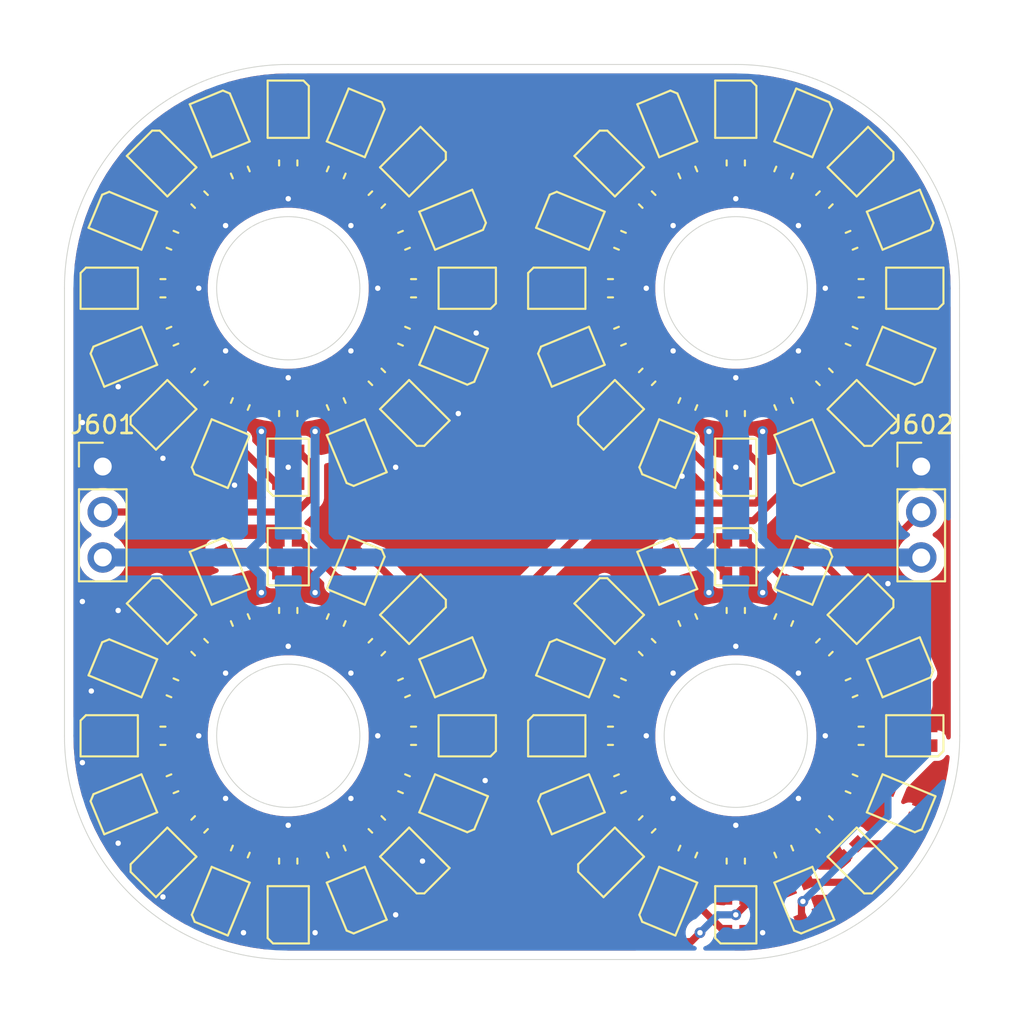
<source format=kicad_pcb>
(kicad_pcb (version 20241229) (generator "pcbnew") (generator_version "9.0")
  (layers (0 "F.Cu" signal) (2 "B.Cu" signal) (13 "F.Paste" user) (15 "B.Paste" user) (5 "F.SilkS" user "F.Silkscreen") (7 "B.SilkS" user "B.Silkscreen") (1 "F.Mask" user) (3 "B.Mask" user) (25 "Edge.Cuts" user))
  (net 0 "")
  (net 1 "+5V")
  (net 2 "GND")
  (net 3 "/ledRing4/DIN")
  (net 4 "Net-(D201-DOUT)")
  (net 5 "Net-(D202-DOUT)")
  (net 6 "Net-(D203-DOUT)")
  (net 7 "Net-(D204-DOUT)")
  (net 8 "Net-(D205-DOUT)")
  (net 9 "Net-(D206-DOUT)")
  (net 10 "Net-(D207-DOUT)")
  (net 11 "Net-(D208-DOUT)")
  (net 12 "Net-(D209-DOUT)")
  (net 13 "Net-(D210-DOUT)")
  (net 14 "Net-(D211-DOUT)")
  (net 15 "Net-(D212-DOUT)")
  (net 16 "Net-(D213-DOUT)")
  (net 17 "Net-(D214-DOUT)")
  (net 18 "Net-(D215-DOUT)")
  (net 19 "/ledRing4/ledRing/DOUT")
  (net 20 "Net-(D301-DOUT)")
  (net 21 "Net-(D302-DOUT)")
  (net 22 "Net-(D303-DOUT)")
  (net 23 "Net-(D304-DOUT)")
  (net 24 "Net-(D305-DOUT)")
  (net 25 "Net-(D306-DOUT)")
  (net 26 "Net-(D307-DOUT)")
  (net 27 "Net-(D308-DOUT)")
  (net 28 "Net-(D309-DOUT)")
  (net 29 "Net-(D310-DOUT)")
  (net 30 "Net-(D311-DOUT)")
  (net 31 "Net-(D312-DOUT)")
  (net 32 "Net-(D313-DOUT)")
  (net 33 "Net-(D314-DOUT)")
  (net 34 "Net-(D315-DOUT)")
  (net 35 "/ledRing4/ledRing2/DOUT")
  (net 36 "Net-(D401-DOUT)")
  (net 37 "Net-(D402-DOUT)")
  (net 38 "Net-(D403-DOUT)")
  (net 39 "Net-(D404-DOUT)")
  (net 40 "Net-(D405-DOUT)")
  (net 41 "Net-(D406-DOUT)")
  (net 42 "Net-(D407-DOUT)")
  (net 43 "Net-(D408-DOUT)")
  (net 44 "Net-(D409-DOUT)")
  (net 45 "Net-(D410-DOUT)")
  (net 46 "Net-(D411-DOUT)")
  (net 47 "Net-(D412-DOUT)")
  (net 48 "Net-(D413-DOUT)")
  (net 49 "Net-(D414-DOUT)")
  (net 50 "Net-(D415-DOUT)")
  (net 51 "/ledRing4/ledRing3/DOUT")
  (net 52 "Net-(D501-DOUT)")
  (net 53 "Net-(D502-DOUT)")
  (net 54 "Net-(D503-DOUT)")
  (net 55 "Net-(D504-DOUT)")
  (net 56 "Net-(D505-DOUT)")
  (net 57 "Net-(D506-DOUT)")
  (net 58 "Net-(D507-DOUT)")
  (net 59 "Net-(D508-DOUT)")
  (net 60 "Net-(D509-DOUT)")
  (net 61 "Net-(D510-DOUT)")
  (net 62 "Net-(D511-DOUT)")
  (net 63 "Net-(D512-DOUT)")
  (net 64 "Net-(D513-DOUT)")
  (net 65 "Net-(D514-DOUT)")
  (net 66 "Net-(D515-DOUT)")
  (net 67 "/ledRing4/DOUT")
  (footprint "Capacitor_SMD:C_0603_1608Metric" (layer "F.Cu") (at 114.5 146.5 90)
    (property "Reference" "C401" (hide yes))
    (property "Value" "100n")
  )
  (footprint "LED_SMD:LED_WS2812B-2020_PLCC4_2.0x2.0mm" (layer "F.Cu") (at 132.428932 146.571067 45)
    (property "Reference" "D503" (hide yes))
    (property "Value" "WS2812B-2020")
  )
  (footprint "LED_SMD:LED_WS2812B-2020_PLCC4_2.0x2.0mm" (layer "F.Cu") (at 118.326835 148.738795 112.5)
    (property "Reference" "D416" (hide yes))
    (property "Value" "WS2812B-2020")
  )
  (footprint "Capacitor_SMD:C_0603_1608Metric" (layer "F.Cu") (at 117.178785 120.967157 112.5)
    (property "Reference" "C216" (hide yes))
    (property "Value" "100n")
  )
  (footprint "Capacitor_SMD:C_0603_1608Metric" (layer "F.Cu") (at 111.821216 108.032844 -67.5)
    (property "Reference" "C208" (hide yes))
    (property "Value" "100n")
  )
  (footprint "Capacitor_SMD:C_0603_1608Metric" (layer "F.Cu") (at 121.5 114.5 180)
    (property "Reference" "C213" (hide yes))
    (property "Value" "100n")
  )
  (footprint "Capacitor_SMD:C_0603_1608Metric" (layer "F.Cu") (at 136.821215 120.967157 67.5)
    (property "Reference" "C302" (hide yes))
    (property "Value" "100n")
  )
  (footprint "Capacitor_SMD:C_0603_1608Metric" (layer "F.Cu") (at 139.499999 107.5 -90)
    (property "Reference" "C309" (hide yes))
    (property "Value" "100n")
  )
  (footprint "Capacitor_SMD:C_0603_1608Metric" (layer "F.Cu") (at 146.5 114.5 180)
    (property "Reference" "C313" (hide yes))
    (property "Value" "100n")
  )
  (footprint "Capacitor_SMD:C_0603_1608Metric" (layer "F.Cu") (at 107.5 114.5)
    (property "Reference" "C205" (hide yes))
    (property "Value" "100n")
  )
  (footprint "Capacitor_SMD:C_0603_1608Metric" (layer "F.Cu") (at 134.550252 119.449748 45)
    (property "Reference" "C303" (hide yes))
    (property "Value" "100n")
  )
  (footprint "LED_SMD:LED_WS2812B-2020_PLCC4_2.0x2.0mm" (layer "F.Cu") (at 139.5 124.5 90)
    (property "Reference" "D301" (hide yes))
    (property "Value" "WS2812B-2020")
  )
  (footprint "Capacitor_SMD:C_0603_1608Metric" (layer "F.Cu") (at 144.449747 144.449747 135)
    (property "Reference" "C515" (hide yes))
    (property "Value" "100n")
  )
  (footprint "Capacitor_SMD:C_0603_1608Metric" (layer "F.Cu") (at 114.5 107.5 -90)
    (property "Reference" "C209" (hide yes))
    (property "Value" "100n")
  )
  (footprint "LED_SMD:LED_WS2812B-2020_PLCC4_2.0x2.0mm" (layer "F.Cu") (at 129.5 139.5)
    (property "Reference" "D505" (hide yes))
    (property "Value" "WS2812B-2020")
  )
  (footprint "Capacitor_SMD:C_0603_1608Metric" (layer "F.Cu") (at 142.178784 120.967157 112.5)
    (property "Reference" "C316" (hide yes))
    (property "Value" "100n")
  )
  (footprint "Capacitor_SMD:C_0603_1608Metric" (layer "F.Cu") (at 145.967156 136.821215 -157.5)
    (property "Reference" "C512" (hide yes))
    (property "Value" "100n")
  )
  (footprint "LED_SMD:LED_WS2812B-2020_PLCC4_2.0x2.0mm" (layer "F.Cu") (at 132.428932 132.428932 -45)
    (property "Reference" "D507" (hide yes))
    (property "Value" "WS2812B-2020")
  )
  (footprint "Capacitor_SMD:C_0603_1608Metric" (layer "F.Cu") (at 117.178785 133.032843 -112.5)
    (property "Reference" "C410" (hide yes))
    (property "Value" "100n")
  )
  (footprint "LED_SMD:LED_WS2812B-2020_PLCC4_2.0x2.0mm" (layer "F.Cu") (at 135.673165 148.738795 67.5)
    (property "Reference" "D502" (hide yes))
    (property "Value" "WS2812B-2020")
  )
  (footprint "Capacitor_SMD:C_0603_1608Metric" (layer "F.Cu") (at 120.967157 111.821216 -157.5)
    (property "Reference" "C212" (hide yes))
    (property "Value" "100n")
  )
  (footprint "LED_SMD:LED_WS2812B-2020_PLCC4_2.0x2.0mm" (layer "F.Cu") (at 143.326834 130.261204 -112.5)
    (property "Reference" "D510" (hide yes))
    (property "Value" "WS2812B-2020")
  )
  (footprint "LED_SMD:LED_WS2812B-2020_PLCC4_2.0x2.0mm" (layer "F.Cu") (at 110.673166 105.261205 -67.5)
    (property "Reference" "D208" (hide yes))
    (property "Value" "WS2812B-2020")
  )
  (footprint "Capacitor_SMD:C_0603_1608Metric" (layer "F.Cu") (at 111.821216 120.967157 67.5)
    (property "Reference" "C202" (hide yes))
    (property "Value" "100n")
  )
  (footprint "LED_SMD:LED_WS2812B-2020_PLCC4_2.0x2.0mm" (layer "F.Cu") (at 132.428932 107.428933 -45)
    (property "Reference" "D307" (hide yes))
    (property "Value" "WS2812B-2020")
  )
  (footprint "LED_SMD:LED_WS2812B-2020_PLCC4_2.0x2.0mm" (layer "F.Cu") (at 143.326834 123.738796 112.5)
    (property "Reference" "D316" (hide yes))
    (property "Value" "WS2812B-2020")
  )
  (footprint "Capacitor_SMD:C_0603_1608Metric" (layer "F.Cu") (at 108.032844 117.178785 22.5)
    (property "Reference" "C204" (hide yes))
    (property "Value" "100n")
  )
  (footprint "Capacitor_SMD:C_0603_1608Metric" (layer "F.Cu") (at 136.821215 108.032844 -67.5)
    (property "Reference" "C308" (hide yes))
    (property "Value" "100n")
  )
  (footprint "Capacitor_SMD:C_0603_1608Metric" (layer "F.Cu") (at 108.032844 136.821215 -22.5)
    (property "Reference" "C406" (hide yes))
    (property "Value" "100n")
  )
  (footprint "Capacitor_SMD:C_0603_1608Metric" (layer "F.Cu") (at 109.550253 119.449748 45)
    (property "Reference" "C203" (hide yes))
    (property "Value" "100n")
  )
  (footprint "Capacitor_SMD:C_0603_1608Metric" (layer "F.Cu") (at 142.178784 108.032844 -112.5)
    (property "Reference" "C310" (hide yes))
    (property "Value" "100n")
  )
  (footprint "Capacitor_SMD:C_0603_1608Metric" (layer "F.Cu") (at 109.550253 134.550252 -45)
    (property "Reference" "C407" (hide yes))
    (property "Value" "100n")
  )
  (footprint "Capacitor_SMD:C_0603_1608Metric" (layer "F.Cu") (at 133.032843 142.178784 22.5)
    (property "Reference" "C504" (hide yes))
    (property "Value" "100n")
  )
  (footprint "Capacitor_SMD:C_0603_1608Metric" (layer "F.Cu") (at 120.967157 136.821215 -157.5)
    (property "Reference" "C412" (hide yes))
    (property "Value" "100n")
  )
  (footprint "LED_SMD:LED_WS2812B-2020_PLCC4_2.0x2.0mm" (layer "F.Cu") (at 148.738795 135.673165 -157.5)
    (property "Reference" "D512" (hide yes))
    (property "Value" "WS2812B-2020")
  )
  (footprint "Capacitor_SMD:C_0603_1608Metric" (layer "F.Cu") (at 134.550252 144.449747 45)
    (property "Reference" "C503" (hide yes))
    (property "Value" "100n")
  )
  (footprint "LED_SMD:LED_WS2812B-2020_PLCC4_2.0x2.0mm" (layer "F.Cu") (at 114.5 149.5 90)
    (property "Reference" "D401" (hide yes))
    (property "Value" "WS2812B-2020")
  )
  (footprint "LED_SMD:LED_WS2812B-2020_PLCC4_2.0x2.0mm" (layer "F.Cu") (at 105.261205 135.673165 -22.5)
    (property "Reference" "D406" (hide yes))
    (property "Value" "WS2812B-2020")
  )
  (footprint "Capacitor_SMD:C_0603_1608Metric" (layer "F.Cu") (at 144.449747 119.449748 135)
    (property "Reference" "C315" (hide yes))
    (property "Value" "100n")
  )
  (footprint "LED_SMD:LED_WS2812B-2020_PLCC4_2.0x2.0mm" (layer "F.Cu") (at 104.5 139.5)
    (property "Reference" "D405" (hide yes))
    (property "Value" "WS2812B-2020")
  )
  (footprint "LED_SMD:LED_WS2812B-2020_PLCC4_2.0x2.0mm" (layer "F.Cu") (at 146.571067 146.571067 135)
    (property "Reference" "D515" (hide yes))
    (property "Value" "WS2812B-2020")
  )
  (footprint "Capacitor_SMD:C_0603_1608Metric" (layer "F.Cu") (at 132.5 114.5)
    (property "Reference" "C305" (hide yes))
    (property "Value" "100n")
  )
  (footprint "LED_SMD:LED_WS2812B-2020_PLCC4_2.0x2.0mm" (layer "F.Cu") (at 121.571068 121.571068 135)
    (property "Reference" "D215" (hide yes))
    (property "Value" "WS2812B-2020")
  )
  (footprint "LED_SMD:LED_WS2812B-2020_PLCC4_2.0x2.0mm" (layer "F.Cu") (at 129.5 114.500001)
    (property "Reference" "D305" (hide yes))
    (property "Value" "WS2812B-2020")
  )
  (footprint "Capacitor_SMD:C_0603_1608Metric" (layer "F.Cu") (at 108.032844 142.178784 22.5)
    (property "Reference" "C404" (hide yes))
    (property "Value" "100n")
  )
  (footprint "Capacitor_SMD:C_0603_1608Metric" (layer "F.Cu") (at 107.5 139.5)
    (property "Reference" "C405" (hide yes))
    (property "Value" "100n")
  )
  (footprint "Capacitor_SMD:C_0603_1608Metric" (layer "F.Cu") (at 111.821216 145.967156 67.5)
    (property "Reference" "C402" (hide yes))
    (property "Value" "100n")
  )
  (footprint "LED_SMD:LED_WS2812B-2020_PLCC4_2.0x2.0mm" (layer "F.Cu") (at 139.499999 104.5 -90)
    (property "Reference" "D309" (hide yes))
    (property "Value" "WS2812B-2020")
  )
  (footprint "LED_SMD:LED_WS2812B-2020_PLCC4_2.0x2.0mm" (layer "F.Cu") (at 104.5 114.500001)
    (property "Reference" "D205" (hide yes))
    (property "Value" "WS2812B-2020")
  )
  (footprint "LED_SMD:LED_WS2812B-2020_PLCC4_2.0x2.0mm" (layer "F.Cu") (at 118.326835 105.261205 -112.5)
    (property "Reference" "D210" (hide yes))
    (property "Value" "WS2812B-2020")
  )
  (footprint "LED_SMD:LED_WS2812B-2020_PLCC4_2.0x2.0mm" (layer "F.Cu") (at 105.261205 110.673166 -22.5)
    (property "Reference" "D206" (hide yes))
    (property "Value" "WS2812B-2020")
  )
  (footprint "Capacitor_SMD:C_0603_1608Metric" (layer "F.Cu") (at 120.967157 142.178784 157.5)
    (property "Reference" "C414" (hide yes))
    (property "Value" "100n")
  )
  (footprint "Capacitor_SMD:C_0603_1608Metric" (layer "F.Cu") (at 111.821216 133.032843 -67.5)
    (property "Reference" "C408" (hide yes))
    (property "Value" "100n")
  )
  (footprint "LED_SMD:LED_WS2812B-2020_PLCC4_2.0x2.0mm" (layer "F.Cu") (at 107.428933 121.571068 45)
    (property "Reference" "D203" (hide yes))
    (property "Value" "WS2812B-2020")
  )
  (footprint "Capacitor_SMD:C_0603_1608Metric" (layer "F.Cu") (at 134.550252 109.550253 -45)
    (property "Reference" "C307" (hide yes))
    (property "Value" "100n")
  )
  (footprint "LED_SMD:LED_WS2812B-2020_PLCC4_2.0x2.0mm" (layer "F.Cu") (at 130.261204 110.673166 -22.5)
    (property "Reference" "D306" (hide yes))
    (property "Value" "WS2812B-2020")
  )
  (footprint "LED_SMD:LED_WS2812B-2020_PLCC4_2.0x2.0mm" (layer "F.Cu") (at 148.738795 143.326834 157.5)
    (property "Reference" "D514" (hide yes))
    (property "Value" "WS2812B-2020")
  )
  (footprint "LED_SMD:LED_WS2812B-2020_PLCC4_2.0x2.0mm" (layer "F.Cu") (at 143.326834 148.738795 112.5)
    (property "Reference" "D516" (hide yes))
    (property "Value" "WS2812B-2020")
  )
  (footprint "Capacitor_SMD:C_0603_1608Metric" (layer "F.Cu") (at 145.967156 111.821216 -157.5)
    (property "Reference" "C312" (hide yes))
    (property "Value" "100n")
  )
  (footprint "Capacitor_SMD:C_0603_1608Metric" (layer "F.Cu") (at 117.178785 145.967156 112.5)
    (property "Reference" "C416" (hide yes))
    (property "Value" "100n")
  )
  (footprint "Capacitor_SMD:C_0603_1608Metric" (layer "F.Cu") (at 120.967157 117.178785 157.5)
    (property "Reference" "C214" (hide yes))
    (property "Value" "100n")
  )
  (footprint "LED_SMD:LED_WS2812B-2020_PLCC4_2.0x2.0mm" (layer "F.Cu") (at 110.673166 148.738795 67.5)
    (property "Reference" "D402" (hide yes))
    (property "Value" "WS2812B-2020")
  )
  (footprint "Capacitor_SMD:C_0603_1608Metric" (layer "F.Cu") (at 109.550253 109.550253 -45)
    (property "Reference" "C207" (hide yes))
    (property "Value" "100n")
  )
  (footprint "Capacitor_SMD:C_0603_1608Metric" (layer "F.Cu") (at 117.178785 108.032844 -112.5)
    (property "Reference" "C210" (hide yes))
    (property "Value" "100n")
  )
  (footprint "Capacitor_SMD:C_0603_1608Metric" (layer "F.Cu") (at 133.032843 136.821215 -22.5)
    (property "Reference" "C506" (hide yes))
    (property "Value" "100n")
  )
  (footprint "LED_SMD:LED_WS2812B-2020_PLCC4_2.0x2.0mm" (layer "F.Cu") (at 121.571068 132.428932 -135)
    (property "Reference" "D411" (hide yes))
    (property "Value" "WS2812B-2020")
  )
  (footprint "LED_SMD:LED_WS2812B-2020_PLCC4_2.0x2.0mm" (layer "F.Cu") (at 148.738795 110.673166 -157.5)
    (property "Reference" "D312" (hide yes))
    (property "Value" "WS2812B-2020")
  )
  (footprint "LED_SMD:LED_WS2812B-2020_PLCC4_2.0x2.0mm" (layer "F.Cu") (at 132.428932 121.571068 45)
    (property "Reference" "D303" (hide yes))
    (property "Value" "WS2812B-2020")
  )
  (footprint "LED_SMD:LED_WS2812B-2020_PLCC4_2.0x2.0mm" (layer "F.Cu") (at 107.428933 132.428932 -45)
    (property "Reference" "D407" (hide yes))
    (property "Value" "WS2812B-2020")
  )
  (footprint "LED_SMD:LED_WS2812B-2020_PLCC4_2.0x2.0mm" (layer "F.Cu") (at 121.571068 107.428933 -135)
    (property "Reference" "D211" (hide yes))
    (property "Value" "WS2812B-2020")
  )
  (footprint "LED_SMD:LED_WS2812B-2020_PLCC4_2.0x2.0mm" (layer "F.Cu") (at 124.5 114.5 180)
    (property "Reference" "D213" (hide yes))
    (property "Value" "WS2812B-2020")
  )
  (footprint "Capacitor_SMD:C_0603_1608Metric" (layer "F.Cu") (at 144.449747 134.550252 -135)
    (property "Reference" "C511" (hide yes))
    (property "Value" "100n")
  )
  (footprint "Capacitor_SMD:C_0603_1608Metric" (layer "F.Cu") (at 133.032843 111.821216 -22.5)
    (property "Reference" "C306" (hide yes))
    (property "Value" "100n")
  )
  (footprint "LED_SMD:LED_WS2812B-2020_PLCC4_2.0x2.0mm" (layer "F.Cu") (at 105.261205 143.326834 22.5)
    (property "Reference" "D404" (hide yes))
    (property "Value" "WS2812B-2020")
  )
  (footprint "LED_SMD:LED_WS2812B-2020_PLCC4_2.0x2.0mm" (layer "F.Cu") (at 110.673166 123.738796 67.5)
    (property "Reference" "D202" (hide yes))
    (property "Value" "WS2812B-2020")
  )
  (footprint "LED_SMD:LED_WS2812B-2020_PLCC4_2.0x2.0mm" (layer "F.Cu") (at 149.5 139.5 180)
    (property "Reference" "D513" (hide yes))
    (property "Value" "WS2812B-2020")
  )
  (footprint "Capacitor_SMD:C_0603_1608Metric" (layer "F.Cu") (at 134.550252 134.550252 -45)
    (property "Reference" "C507" (hide yes))
    (property "Value" "100n")
  )
  (footprint "LED_SMD:LED_WS2812B-2020_PLCC4_2.0x2.0mm" (layer "F.Cu") (at 105.261205 118.326835 22.5)
    (property "Reference" "D204" (hide yes))
    (property "Value" "WS2812B-2020")
  )
  (footprint "Capacitor_SMD:C_0603_1608Metric" (layer "F.Cu") (at 139.5 121.5 90)
    (property "Reference" "C301" (hide yes))
    (property "Value" "100n")
  )
  (footprint "Capacitor_SMD:C_0603_1608Metric" (layer "F.Cu") (at 114.5 121.5 90)
    (property "Reference" "C201" (hide yes))
    (property "Value" "100n")
  )
  (footprint "LED_SMD:LED_WS2812B-2020_PLCC4_2.0x2.0mm" (layer "F.Cu") (at 110.673166 130.261204 -67.5)
    (property "Reference" "D408" (hide yes))
    (property "Value" "WS2812B-2020")
  )
  (footprint "LED_SMD:LED_WS2812B-2020_PLCC4_2.0x2.0mm" (layer "F.Cu") (at 123.738796 118.326835 157.5)
    (property "Reference" "D214" (hide yes))
    (property "Value" "WS2812B-2020")
  )
  (footprint "LED_SMD:LED_WS2812B-2020_PLCC4_2.0x2.0mm" (layer "F.Cu") (at 135.673165 105.261205 -67.5)
    (property "Reference" "D308" (hide yes))
    (property "Value" "WS2812B-2020")
  )
  (footprint "Capacitor_SMD:C_0603_1608Metric" (layer "F.Cu") (at 109.550253 144.449747 45)
    (property "Reference" "C403" (hide yes))
    (property "Value" "100n")
  )
  (footprint "Capacitor_SMD:C_0603_1608Metric" (layer "F.Cu") (at 119.449748 109.550253 -135)
    (property "Reference" "C211" (hide yes))
    (property "Value" "100n")
  )
  (footprint "Capacitor_SMD:C_0603_1608Metric" (layer "F.Cu") (at 132.5 139.5)
    (property "Reference" "C505" (hide yes))
    (property "Value" "100n")
  )
  (footprint "Capacitor_SMD:C_0603_1608Metric" (layer "F.Cu") (at 133.032843 117.178785 22.5)
    (property "Reference" "C304" (hide yes))
    (property "Value" "100n")
  )
  (footprint "Capacitor_SMD:C_0603_1608Metric" (layer "F.Cu") (at 145.967156 142.178784 157.5)
    (property "Reference" "C514" (hide yes))
    (property "Value" "100n")
  )
  (footprint "Capacitor_SMD:C_0603_1608Metric" (layer "F.Cu") (at 145.967156 117.178785 157.5)
    (property "Reference" "C314" (hide yes))
    (property "Value" "100n")
  )
  (footprint "LED_SMD:LED_WS2812B-2020_PLCC4_2.0x2.0mm" (layer "F.Cu") (at 124.5 139.5 180)
    (property "Reference" "D413" (hide yes))
    (property "Value" "WS2812B-2020")
  )
  (footprint "Capacitor_SMD:C_0603_1608Metric" (layer "F.Cu") (at 119.449748 144.449747 135)
    (property "Reference" "C415" (hide yes))
    (property "Value" "100n")
  )
  (footprint "Capacitor_SMD:C_0603_1608Metric" (layer "F.Cu") (at 146.5 139.5 180)
    (property "Reference" "C513" (hide yes))
    (property "Value" "100n")
  )
  (footprint "LED_SMD:LED_WS2812B-2020_PLCC4_2.0x2.0mm" (layer "F.Cu") (at 118.326835 130.261204 -112.5)
    (property "Reference" "D410" (hide yes))
    (property "Value" "WS2812B-2020")
  )
  (footprint "Capacitor_SMD:C_0603_1608Metric" (layer "F.Cu") (at 114.5 132.5 -90)
    (property "Reference" "C409" (hide yes))
    (property "Value" "100n")
  )
  (footprint "Capacitor_SMD:C_0603_1608Metric" (layer "F.Cu") (at 142.178784 145.967156 112.5)
    (property "Reference" "C516" (hide yes))
    (property "Value" "100n")
  )
  (footprint "LED_SMD:LED_WS2812B-2020_PLCC4_2.0x2.0mm" (layer "F.Cu") (at 149.5 114.5 180)
    (property "Reference" "D313" (hide yes))
    (property "Value" "WS2812B-2020")
  )
  (footprint "LED_SMD:LED_WS2812B-2020_PLCC4_2.0x2.0mm" (layer "F.Cu") (at 130.261204 135.673165 -22.5)
    (property "Reference" "D506" (hide yes))
    (property "Value" "WS2812B-2020")
  )
  (footprint "LED_SMD:LED_WS2812B-2020_PLCC4_2.0x2.0mm" (layer "F.Cu") (at 146.571067 107.428933 -135)
    (property "Reference" "D311" (hide yes))
    (property "Value" "WS2812B-2020")
  )
  (footprint "Capacitor_SMD:C_0603_1608Metric" (layer "F.Cu") (at 144.449747 109.550253 -135)
    (property "Reference" "C311" (hide yes))
    (property "Value" "100n")
  )
  (footprint "Connector_PinHeader_2.54mm:PinHeader_1x03_P2.54mm_Vertical" (layer "F.Cu") (at 149.86 124.46)
    (property "Reference" "J602")
    (property "Value" "Conn_01x03")
  )
  (footprint "LED_SMD:LED_WS2812B-2020_PLCC4_2.0x2.0mm" (layer "F.Cu") (at 114.5 129.5 -90)
    (property "Reference" "D409" (hide yes))
    (property "Value" "WS2812B-2020")
  )
  (footprint "Capacitor_SMD:C_0603_1608Metric" (layer "F.Cu") (at 139.5 146.5 90)
    (property "Reference" "C501" (hide yes))
    (property "Value" "100n")
  )
  (footprint "LED_SMD:LED_WS2812B-2020_PLCC4_2.0x2.0mm" (layer "F.Cu") (at 139.499999 129.5 -90)
    (property "Reference" "D509" (hide yes))
    (property "Value" "WS2812B-2020")
  )
  (footprint "LED_SMD:LED_WS2812B-2020_PLCC4_2.0x2.0mm" (layer "F.Cu") (at 146.571067 121.571068 135)
    (property "Reference" "D315" (hide yes))
    (property "Value" "WS2812B-2020")
  )
  (footprint "LED_SMD:LED_WS2812B-2020_PLCC4_2.0x2.0mm" (layer "F.Cu") (at 114.5 104.5 -90)
    (property "Reference" "D209" (hide yes))
    (property "Value" "WS2812B-2020")
  )
  (footprint "LED_SMD:LED_WS2812B-2020_PLCC4_2.0x2.0mm" (layer "F.Cu") (at 123.738796 135.673165 -157.5)
    (property "Reference" "D412" (hide yes))
    (property "Value" "WS2812B-2020")
  )
  (footprint "Capacitor_SMD:C_0603_1608Metric" (layer "F.Cu") (at 142.178784 133.032843 -112.5)
    (property "Reference" "C510" (hide yes))
    (property "Value" "100n")
  )
  (footprint "LED_SMD:LED_WS2812B-2020_PLCC4_2.0x2.0mm" (layer "F.Cu") (at 107.428933 107.428933 -45)
    (property "Reference" "D207" (hide yes))
    (property "Value" "WS2812B-2020")
  )
  (footprint "LED_SMD:LED_WS2812B-2020_PLCC4_2.0x2.0mm" (layer "F.Cu") (at 139.5 149.5 90)
    (property "Reference" "D501" (hide yes))
    (property "Value" "WS2812B-2020")
  )
  (footprint "LED_SMD:LED_WS2812B-2020_PLCC4_2.0x2.0mm" (layer "F.Cu") (at 114.5 124.5 90)
    (property "Reference" "D201" (hide yes))
    (property "Value" "WS2812B-2020")
  )
  (footprint "LED_SMD:LED_WS2812B-2020_PLCC4_2.0x2.0mm" (layer "F.Cu") (at 107.428933 146.571067 45)
    (property "Reference" "D403" (hide yes))
    (property "Value" "WS2812B-2020")
  )
  (footprint "LED_SMD:LED_WS2812B-2020_PLCC4_2.0x2.0mm" (layer "F.Cu") (at 130.261204 143.326834 22.5)
    (property "Reference" "D504" (hide yes))
    (property "Value" "WS2812B-2020")
  )
  (footprint "LED_SMD:LED_WS2812B-2020_PLCC4_2.0x2.0mm" (layer "F.Cu") (at 135.673165 123.738796 67.5)
    (property "Reference" "D302" (hide yes))
    (property "Value" "WS2812B-2020")
  )
  (footprint "LED_SMD:LED_WS2812B-2020_PLCC4_2.0x2.0mm" (layer "F.Cu") (at 121.571068 146.571067 135)
    (property "Reference" "D415" (hide yes))
    (property "Value" "WS2812B-2020")
  )
  (footprint "Capacitor_SMD:C_0603_1608Metric" (layer "F.Cu") (at 119.449748 134.550252 -135)
    (property "Reference" "C411" (hide yes))
    (property "Value" "100n")
  )
  (footprint "Capacitor_SMD:C_0603_1608Metric" (layer "F.Cu") (at 121.5 139.5 180)
    (property "Reference" "C413" (hide yes))
    (property "Value" "100n")
  )
  (footprint "LED_SMD:LED_WS2812B-2020_PLCC4_2.0x2.0mm" (layer "F.Cu") (at 123.738796 143.326834 157.5)
    (property "Reference" "D414" (hide yes))
    (property "Value" "WS2812B-2020")
  )
  (footprint "LED_SMD:LED_WS2812B-2020_PLCC4_2.0x2.0mm" (layer "F.Cu") (at 123.738796 110.673166 -157.5)
    (property "Reference" "D212" (hide yes))
    (property "Value" "WS2812B-2020")
  )
  (footprint "LED_SMD:LED_WS2812B-2020_PLCC4_2.0x2.0mm" (layer "F.Cu") (at 143.326834 105.261205 -112.5)
    (property "Reference" "D310" (hide yes))
    (property "Value" "WS2812B-2020")
  )
  (footprint "LED_SMD:LED_WS2812B-2020_PLCC4_2.0x2.0mm" (layer "F.Cu") (at 118.326835 123.738796 112.5)
    (property "Reference" "D216" (hide yes))
    (property "Value" "WS2812B-2020")
  )
  (footprint "Capacitor_SMD:C_0603_1608Metric" (layer "F.Cu") (at 119.449748 119.449748 135)
    (property "Reference" "C215" (hide yes))
    (property "Value" "100n")
  )
  (footprint "LED_SMD:LED_WS2812B-2020_PLCC4_2.0x2.0mm" (layer "F.Cu") (at 146.571067 132.428932 -135)
    (property "Reference" "D511" (hide yes))
    (property "Value" "WS2812B-2020")
  )
  (footprint "Capacitor_SMD:C_0603_1608Metric" (layer "F.Cu") (at 139.499999 132.5 -90)
    (property "Reference" "C509" (hide yes))
    (property "Value" "100n")
  )
  (footprint "Capacitor_SMD:C_0603_1608Metric" (layer "F.Cu") (at 108.032844 111.821216 -22.5)
    (property "Reference" "C206" (hide yes))
    (property "Value" "100n")
  )
  (footprint "LED_SMD:LED_WS2812B-2020_PLCC4_2.0x2.0mm" (layer "F.Cu") (at 148.738795 118.326835 157.5)
    (property "Reference" "D314" (hide yes))
    (property "Value" "WS2812B-2020")
  )
  (footprint "LED_SMD:LED_WS2812B-2020_PLCC4_2.0x2.0mm" (layer "F.Cu") (at 130.261204 118.326835 22.5)
    (property "Reference" "D304" (hide yes))
    (property "Value" "WS2812B-2020")
  )
  (footprint "Connector_PinHeader_2.54mm:PinHeader_1x03_P2.54mm_Vertical" (layer "F.Cu") (at 104.14 124.46)
    (property "Reference" "J601")
    (property "Value" "Conn_01x03")
  )
  (footprint "LED_SMD:LED_WS2812B-2020_PLCC4_2.0x2.0mm" (layer "F.Cu") (at 135.673165 130.261204 -67.5)
    (property "Reference" "D508" (hide yes))
    (property "Value" "WS2812B-2020")
  )
  (footprint "Capacitor_SMD:C_0603_1608Metric" (layer "F.Cu") (at 136.821215 133.032843 -67.5)
    (property "Reference" "C508" (hide yes))
    (property "Value" "100n")
  )
  (footprint "Capacitor_SMD:C_0603_1608Metric" (layer "F.Cu") (at 136.821215 145.967156 67.5)
    (property "Reference" "C502" (hide yes))
    (property "Value" "100n")
  )
  (gr_arc (start 139.5 102) (mid 148.338835 105.661165) (end 152 114.5) (stroke (width 0.05)) (layer "Edge.Cuts"))
  (gr_line (start 114.5 152) (end 139.999999 152) (stroke (width 0.05)) (layer "Edge.Cuts"))
  (gr_line (start 152.009996 139.5) (end 152 114.5) (stroke (width 0.05)) (layer "Edge.Cuts"))
  (gr_circle (center 139.5 114.5) (end 143.5 114.5) (stroke (width 0.05)) (fill no) (layer "Edge.Cuts"))
  (gr_line (start 102 114.5) (end 102 139.5) (stroke (width 0.05)) (layer "Edge.Cuts"))
  (gr_circle (center 139.5 139.5) (end 143.5 139.5) (stroke (width 0.05)) (fill no) (layer "Edge.Cuts"))
  (gr_circle (center 114.5 114.5) (end 118.5 114.5) (stroke (width 0.05)) (fill no) (layer "Edge.Cuts"))
  (gr_line (start 114.5 102) (end 139.5 102) (stroke (width 0.05)) (layer "Edge.Cuts"))
  (gr_arc (start 102 114.5) (mid 105.661165 105.661165) (end 114.5 102) (stroke (width 0.05)) (layer "Edge.Cuts"))
  (gr_circle (center 114.5 139.5) (end 118.5 139.5) (stroke (width 0.05)) (fill no) (layer "Edge.Cuts"))
  (gr_arc (start 114.5 152) (mid 105.661165 148.338835) (end 102 139.5) (stroke (width 0.05)) (layer "Edge.Cuts"))
  (gr_arc (start 152.009996 139.5) (mid 148.520948 148.167324) (end 140 152) (stroke (width 0.05)) (layer "Edge.Cuts"))
  (via (at 138 122.5) (size 0.6) (drill 0.3) (layers "F.Cu" "B.Cu") (net 1))
  (via (at 138 131.5) (size 0.6) (drill 0.3) (layers "F.Cu" "B.Cu") (net 1))
  (via (at 113 122.5) (size 0.6) (drill 0.3) (layers "F.Cu" "B.Cu") (net 1))
  (via (at 116 122.5) (size 0.6) (drill 0.3) (layers "F.Cu" "B.Cu") (net 1))
  (via (at 116 131.5) (size 0.6) (drill 0.3) (layers "F.Cu" "B.Cu") (net 1))
  (via (at 141 131.5) (size 0.6) (drill 0.3) (layers "F.Cu" "B.Cu") (net 1))
  (via (at 113 131.5) (size 0.6) (drill 0.3) (layers "F.Cu" "B.Cu") (net 1))
  (via (at 141 122.5) (size 0.6) (drill 0.3) (layers "F.Cu" "B.Cu") (net 1))
  (segment (start 138 128.54) (end 137 129.54) (width 0.5) (layer "B.Cu") (net 1))
  (segment (start 116 122.5) (end 116 128.54) (width 0.5) (layer "B.Cu") (net 1))
  (segment (start 117 129.54) (end 137 129.54) (width 1) (layer "B.Cu") (net 1))
  (segment (start 116 131.5) (end 116 130.54) (width 0.5) (layer "B.Cu") (net 1))
  (segment (start 116 130.54) (end 117 129.54) (width 0.5) (layer "B.Cu") (net 1))
  (segment (start 141 130.54) (end 142 129.54) (width 0.5) (layer "B.Cu") (net 1))
  (segment (start 141 122.5) (end 141 128.54) (width 0.5) (layer "B.Cu") (net 1))
  (segment (start 137 129.54) (end 142 129.54) (width 1) (layer "B.Cu") (net 1))
  (segment (start 113 128.54) (end 112 129.54) (width 0.5) (layer "B.Cu") (net 1))
  (segment (start 142 129.54) (end 149.86 129.54) (width 1) (layer "B.Cu") (net 1))
  (segment (start 141 131.5) (end 141 130.54) (width 0.5) (layer "B.Cu") (net 1))
  (segment (start 113 122.5) (end 113 128.54) (width 0.5) (layer "B.Cu") (net 1))
  (segment (start 138 130.54) (end 137 129.54) (width 0.5) (layer "B.Cu") (net 1))
  (segment (start 113 131.5) (end 113 130.54) (width 0.5) (layer "B.Cu") (net 1))
  (segment (start 116 128.54) (end 117 129.54) (width 0.5) (layer "B.Cu") (net 1))
  (segment (start 138 122.5) (end 138 128.54) (width 0.5) (layer "B.Cu") (net 1))
  (segment (start 113 130.54) (end 112 129.54) (width 0.5) (layer "B.Cu") (net 1))
  (segment (start 138 131.5) (end 138 130.54) (width 0.5) (layer "B.Cu") (net 1))
  (segment (start 112 129.54) (end 117 129.54) (width 1) (layer "B.Cu") (net 1))
  (segment (start 104.14 129.54) (end 112 129.54) (width 1) (layer "B.Cu") (net 1))
  (segment (start 141 128.54) (end 142 129.54) (width 0.5) (layer "B.Cu") (net 1))
  (segment (start 122 146.5) (end 122.277819 146.5) (width 0.4) (layer "F.Cu") (net 2))
  (segment (start 139.5 124.5) (end 140.05 125.05) (width 0.4) (layer "F.Cu") (net 2))
  (segment (start 140.05 125.05) (end 140.05 125.415) (width 0.4) (layer "F.Cu") (net 2))
  (segment (start 122.277819 146.5) (end 122.60698 146.829161) (width 0.4) (layer "F.Cu") (net 2))
  (via (at 144.5 139.5) (size 0.6) (drill 0.3) (layers "F.Cu" "B.Cu") (net 2))
  (via (at 124 121.5) (size 0.6) (drill 0.3) (layers "F.Cu" "B.Cu") (net 2))
  (via (at 118 118) (size 0.6) (drill 0.3) (layers "F.Cu" "B.Cu") (net 2))
  (via (at 122 146.5) (size 0.6) (drill 0.3) (layers "F.Cu" "B.Cu") (net 2))
  (via (at 139.5 109.5) (size 0.6) (drill 0.3) (layers "F.Cu" "B.Cu") (net 2))
  (via (at 144.5 114.5) (size 0.6) (drill 0.3) (layers "F.Cu" "B.Cu") (net 2))
  (via (at 111 118) (size 0.6) (drill 0.3) (layers "F.Cu" "B.Cu") (net 2))
  (via (at 118 111) (size 0.6) (drill 0.3) (layers "F.Cu" "B.Cu") (net 2))
  (via (at 111.5 125.5) (size 0.6) (drill 0.3) (layers "F.Cu" "B.Cu") (net 2))
  (via (at 105 120) (size 0.6) (drill 0.3) (layers "F.Cu" "B.Cu") (net 2))
  (via (at 111 143) (size 0.6) (drill 0.3) (layers "F.Cu" "B.Cu") (net 2))
  (via (at 118 136) (size 0.6) (drill 0.3) (layers "F.Cu" "B.Cu") (net 2))
  (via (at 119.5 139.5) (size 0.6) (drill 0.3) (layers "F.Cu" "B.Cu") (net 2))
  (via (at 105 145.5) (size 0.6) (drill 0.3) (layers "F.Cu" "B.Cu") (net 2))
  (via (at 107.5 148.5) (size 0.6) (drill 0.3) (layers "F.Cu" "B.Cu") (net 2))
  (via (at 105 132.5) (size 0.6) (drill 0.3) (layers "F.Cu" "B.Cu") (net 2))
  (via (at 103.5 137) (size 0.6) (drill 0.3) (layers "F.Cu" "B.Cu") (net 2))
  (via (at 125.5 142) (size 0.6) (drill 0.3) (layers "F.Cu" "B.Cu") (net 2))
  (via (at 143 143) (size 0.6) (drill 0.3) (layers "F.Cu" "B.Cu") (net 2))
  (via (at 103 141) (size 0.6) (drill 0.3) (layers "F.Cu" "B.Cu") (net 2))
  (via (at 114.5 119.5) (size 0.6) (drill 0.3) (layers "F.Cu" "B.Cu") (net 2))
  (via (at 111 136) (size 0.6) (drill 0.3) (layers "F.Cu" "B.Cu") (net 2))
  (via (at 143 111) (size 0.6) (drill 0.3) (layers "F.Cu" "B.Cu") (net 2))
  (via (at 139.5 124.5) (size 0.6) (drill 0.3) (layers "F.Cu" "B.Cu") (net 2))
  (via (at 119.5 114.5) (size 0.6) (drill 0.3) (layers "F.Cu" "B.Cu") (net 2))
  (via (at 118 143) (size 0.6) (drill 0.3) (layers "F.Cu" "B.Cu") (net 2))
  (via (at 134.5 114.5) (size 0.6) (drill 0.3) (layers "F.Cu" "B.Cu") (net 2))
  (via (at 136 111) (size 0.6) (drill 0.3) (layers "F.Cu" "B.Cu") (net 2))
  (via (at 143 118) (size 0.6) (drill 0.3) (layers "F.Cu" "B.Cu") (net 2))
  (via (at 136.5 125) (size 0.6) (drill 0.3) (layers "F.Cu" "B.Cu") (net 2))
  (via (at 134.5 139.5) (size 0.6) (drill 0.3) (layers "F.Cu" "B.Cu") (net 2))
  (via (at 114.5 109.5) (size 0.6) (drill 0.3) (layers "F.Cu" "B.Cu") (net 2))
  (via (at 112 150.5) (size 0.6) (drill 0.3) (layers "F.Cu" "B.Cu") (net 2))
  (via (at 103 122) (size 0.6) (drill 0.3) (layers "F.Cu" "B.Cu") (net 2))
  (via (at 141 150.5) (size 0.6) (drill 0.3) (layers "F.Cu" "B.Cu") (net 2))
  (via (at 114.5 134.5) (size 0.6) (drill 0.3) (layers "F.Cu" "B.Cu") (net 2))
  (via (at 120.5 149.5) (size 0.6) (drill 0.3) (layers "F.Cu" "B.Cu") (net 2))
  (via (at 125 117) (size 0.6) (drill 0.3) (layers "F.Cu" "B.Cu") (net 2))
  (via (at 139.5 134.5) (size 0.6) (drill 0.3) (layers "F.Cu" "B.Cu") (net 2))
  (via (at 139.5 144.5) (size 0.6) (drill 0.3) (layers "F.Cu" "B.Cu") (net 2))
  (via (at 114.5 124.5) (size 0.6) (drill 0.3) (layers "F.Cu" "B.Cu") (net 2))
  (via (at 109.5 114.5) (size 0.6) (drill 0.3) (layers "F.Cu" "B.Cu") (net 2))
  (via (at 114.5 144.5) (size 0.6) (drill 0.3) (layers "F.Cu" "B.Cu") (net 2))
  (via (at 136 136) (size 0.6) (drill 0.3) (layers "F.Cu" "B.Cu") (net 2))
  (via (at 109.5 139.5) (size 0.6) (drill 0.3) (layers "F.Cu" "B.Cu") (net 2))
  (via (at 143 136) (size 0.6) (drill 0.3) (layers "F.Cu" "B.Cu") (net 2))
  (via (at 107.5 124) (size 0.6) (drill 0.3) (layers "F.Cu" "B.Cu") (net 2))
  (via (at 111 111) (size 0.6) (drill 0.3) (layers "F.Cu" "B.Cu") (net 2))
  (via (at 136 118) (size 0.6) (drill 0.3) (layers "F.Cu" "B.Cu") (net 2))
  (via (at 116 150.5) (size 0.6) (drill 0.3) (layers "F.Cu" "B.Cu") (net 2))
  (via (at 120.5 124.5) (size 0.6) (drill 0.3) (layers "F.Cu" "B.Cu") (net 2))
  (via (at 139.5 119.5) (size 0.6) (drill 0.3) (layers "F.Cu" "B.Cu") (net 2))
  (via (at 103 132) (size 0.6) (drill 0.3) (layers "F.Cu" "B.Cu") (net 2))
  (via (at 136 143) (size 0.6) (drill 0.3) (layers "F.Cu" "B.Cu") (net 2))
  (segment (start 114.967 127) (end 115.801 126.166) (width 0.4) (layer "F.Cu") (net 3))
  (segment (start 115.801 124.336) (end 115.05 123.585) (width 0.4) (layer "F.Cu") (net 3))
  (segment (start 115.801 126.166) (end 115.801 124.336) (width 0.4) (layer "F.Cu") (net 3))
  (segment (start 104.14 127) (end 114.967 127) (width 0.4) (layer "F.Cu") (net 3))
  (segment (start 113.95 125.415) (end 113.842533 125.415) (width 0.4) (layer "F.Cu") (net 4))
  (segment (start 113.842533 125.415) (end 111.531455 123.103922) (width 0.4) (layer "F.Cu") (net 4))
  (segment (start 109.814877 124.37367) (end 108.464844 123.023637) (width 0.4) (layer "F.Cu") (net 5))
  (segment (start 108.464844 123.023637) (end 108.464844 121.312974) (width 0.4) (layer "F.Cu") (net 5))
  (segment (start 106.393022 121.829162) (end 106.393022 118.560804) (width 0.4) (layer "F.Cu") (net 6))
  (segment (start 106.393022 118.560804) (end 106.317031 118.484813) (width 0.4) (layer "F.Cu") (net 6))
  (segment (start 104.205379 116.259622) (end 105.415 115.050001) (width 0.4) (layer "F.Cu") (net 7))
  (segment (start 104.205379 118.168857) (end 104.205379 116.259622) (width 0.4) (layer "F.Cu") (net 7))
  (segment (start 103.585 113.950001) (end 103.585 113.842534) (width 0.4) (layer "F.Cu") (net 8))
  (segment (start 103.585 113.842534) (end 105.896079 111.531455) (width 0.4) (layer "F.Cu") (net 8))
  (segment (start 104.626331 109.814877) (end 105.976364 108.464844) (width 0.4) (layer "F.Cu") (net 9))
  (segment (start 105.976364 108.464844) (end 107.687027 108.464844) (width 0.4) (layer "F.Cu") (net 9))
  (segment (start 107.170839 106.393022) (end 110.439197 106.393022) (width 0.4) (layer "F.Cu") (net 10))
  (segment (start 110.439197 106.393022) (end 110.515188 106.317031) (width 0.4) (layer "F.Cu") (net 10))
  (segment (start 112.740379 104.205379) (end 113.95 105.415) (width 0.4) (layer "F.Cu") (net 11))
  (segment (start 110.831144 104.205379) (end 112.740379 104.205379) (width 0.4) (layer "F.Cu") (net 11))
  (segment (start 115.157467 103.585) (end 117.468546 105.896079) (width 0.4) (layer "F.Cu") (net 12))
  (segment (start 115.05 103.585) (end 115.157467 103.585) (width 0.4) (layer "F.Cu") (net 12))
  (segment (start 120.535157 105.976364) (end 120.535157 107.687027) (width 0.4) (layer "F.Cu") (net 13))
  (segment (start 119.185124 104.626331) (end 120.535157 105.976364) (width 0.4) (layer "F.Cu") (net 13))
  (segment (start 122.606979 110.439197) (end 122.68297 110.515188) (width 0.4) (layer "F.Cu") (net 14))
  (segment (start 122.606979 107.170839) (end 122.606979 110.439197) (width 0.4) (layer "F.Cu") (net 14))
  (segment (start 124.794622 110.831144) (end 124.794622 112.740378) (width 0.4) (layer "F.Cu") (net 15))
  (segment (start 124.794622 112.740378) (end 123.585 113.95) (width 0.4) (layer "F.Cu") (net 15))
  (segment (start 125.415 115.05) (end 125.415 115.157469) (width 0.4) (layer "F.Cu") (net 16))
  (segment (start 125.415 115.157469) (end 123.103923 117.468546) (width 0.4) (layer "F.Cu") (net 16))
  (segment (start 123.023637 120.535156) (end 121.312974 120.535156) (width 0.4) (layer "F.Cu") (net 17))
  (segment (start 124.373669 119.185124) (end 123.023637 120.535156) (width 0.4) (layer "F.Cu") (net 17))
  (segment (start 121.829162 122.60698) (end 118.560805 122.60698) (width 0.4) (layer "F.Cu") (net 18))
  (segment (start 118.560805 122.60698) (end 118.484814 122.682971) (width 0.4) (layer "F.Cu") (net 18))
  (segment (start 140.613534 126.5) (end 119.874235 126.5) (width 0.4) (layer "F.Cu") (net 19))
  (segment (start 140.05 123.585) (end 140.801 124.336) (width 0.4) (layer "F.Cu") (net 19))
  (segment (start 140.801 124.336) (end 140.801 126.312534) (width 0.4) (layer "F.Cu") (net 19))
  (segment (start 140.801 126.312534) (end 140.613534 126.5) (width 0.4) (layer "F.Cu") (net 19))
  (segment (start 119.874235 126.5) (end 118.168856 124.794621) (width 0.4) (layer "F.Cu") (net 19))
  (segment (start 138.842532 125.415) (end 136.531454 123.103922) (width 0.4) (layer "F.Cu") (net 20))
  (segment (start 138.95 125.415) (end 138.842532 125.415) (width 0.4) (layer "F.Cu") (net 20))
  (segment (start 133.464843 123.023637) (end 133.464843 121.312974) (width 0.4) (layer "F.Cu") (net 21))
  (segment (start 134.814876 124.37367) (end 133.464843 123.023637) (width 0.4) (layer "F.Cu") (net 21))
  (segment (start 131.393021 118.560804) (end 131.31703 118.484813) (width 0.4) (layer "F.Cu") (net 22))
  (segment (start 131.393021 121.829162) (end 131.393021 118.560804) (width 0.4) (layer "F.Cu") (net 22))
  (segment (start 129.205378 116.259623) (end 130.415 115.050001) (width 0.4) (layer "F.Cu") (net 23))
  (segment (start 129.205378 118.168857) (end 129.205378 116.259623) (width 0.4) (layer "F.Cu") (net 23))
  (segment (start 128.585 113.950001) (end 128.585 113.842533) (width 0.4) (layer "F.Cu") (net 24))
  (segment (start 128.585 113.842533) (end 130.896078 111.531455) (width 0.4) (layer "F.Cu") (net 24))
  (segment (start 130.976363 108.464844) (end 132.687026 108.464844) (width 0.4) (layer "F.Cu") (net 25))
  (segment (start 129.62633 109.814877) (end 130.976363 108.464844) (width 0.4) (layer "F.Cu") (net 25))
  (segment (start 135.439196 106.393022) (end 135.515187 106.317031) (width 0.4) (layer "F.Cu") (net 26))
  (segment (start 132.170838 106.393022) (end 135.439196 106.393022) (width 0.4) (layer "F.Cu") (net 26))
  (segment (start 135.831143 104.205379) (end 137.740378 104.205379) (width 0.4) (layer "F.Cu") (net 27))
  (segment (start 137.740378 104.205379) (end 138.949999 105.415) (width 0.4) (layer "F.Cu") (net 27))
  (segment (start 140.157466 103.585) (end 142.468545 105.896079) (width 0.4) (layer "F.Cu") (net 28))
  (segment (start 140.049999 103.585) (end 140.157466 103.585) (width 0.4) (layer "F.Cu") (net 28))
  (segment (start 144.185123 104.626331) (end 145.535156 105.976364) (width 0.4) (layer "F.Cu") (net 29))
  (segment (start 145.535156 105.976364) (end 145.535156 107.687027) (width 0.4) (layer "F.Cu") (net 29))
  (segment (start 147.606978 110.439197) (end 147.682969 110.515188) (width 0.4) (layer "F.Cu") (net 30))
  (segment (start 147.606978 107.170839) (end 147.606978 110.439197) (width 0.4) (layer "F.Cu") (net 30))
  (segment (start 149.794621 110.831144) (end 149.794621 112.740379) (width 0.4) (layer "F.Cu") (net 31))
  (segment (start 149.794621 112.740379) (end 148.585 113.95) (width 0.4) (layer "F.Cu") (net 31))
  (segment (start 150.415 115.157468) (end 148.103922 117.468546) (width 0.4) (layer "F.Cu") (net 32))
  (segment (start 150.415 115.05) (end 150.415 115.157468) (width 0.4) (layer "F.Cu") (net 32))
  (segment (start 148.023636 120.535156) (end 146.312973 120.535156) (width 0.4) (layer "F.Cu") (net 33))
  (segment (start 149.373668 119.185124) (end 148.023636 120.535156) (width 0.4) (layer "F.Cu") (net 33))
  (segment (start 143.560804 122.60698) (end 143.484813 122.682971) (width 0.4) (layer "F.Cu") (net 34))
  (segment (start 146.829161 122.60698) (end 143.560804 122.60698) (width 0.4) (layer "F.Cu") (net 34))
  (segment (start 127 132) (end 131.518262 127.481738) (width 0.4) (layer "F.Cu") (net 35))
  (segment (start 127 144.5) (end 127 132) (width 0.4) (layer "F.Cu") (net 35))
  (segment (start 118 149) (end 118.5 148.5) (width 0.4) (layer "F.Cu") (net 35))
  (segment (start 115.05 148.585) (end 115.465 149) (width 0.4) (layer "F.Cu") (net 35))
  (segment (start 115.465 149) (end 118 149) (width 0.4) (layer "F.Cu") (net 35))
  (segment (start 118.5 148.5) (end 121.660107 148.5) (width 0.4) (layer "F.Cu") (net 35))
  (segment (start 121.663061 148.502954) (end 121.995263 148.502954) (width 0.4) (layer "F.Cu") (net 35))
  (segment (start 121.995263 148.502954) (end 121.998217 148.5) (width 0.4) (layer "F.Cu") (net 35))
  (segment (start 140.481738 127.481738) (end 143.168855 124.794621) (width 0.4) (layer "F.Cu") (net 35))
  (segment (start 123 148.5) (end 127 144.5) (width 0.4) (layer "F.Cu") (net 35))
  (segment (start 131.518262 127.481738) (end 140.481738 127.481738) (width 0.4) (layer "F.Cu") (net 35))
  (segment (start 121.998217 148.5) (end 123 148.5) (width 0.4) (layer "F.Cu") (net 35))
  (segment (start 121.660107 148.5) (end 121.663061 148.502954) (width 0.4) (layer "F.Cu") (net 35))
  (segment (start 113.95 150.415) (end 113.842534 150.415) (width 0.4) (layer "F.Cu") (net 36))
  (segment (start 113.842534 150.415) (end 111.531455 148.103921) (width 0.4) (layer "F.Cu") (net 36))
  (segment (start 109.814877 149.373669) (end 108.464844 148.023636) (width 0.4) (layer "F.Cu") (net 37))
  (segment (start 108.464844 148.023636) (end 108.464844 146.312973) (width 0.4) (layer "F.Cu") (net 37))
  (segment (start 106.393022 143.560803) (end 106.317031 143.484812) (width 0.4) (layer "F.Cu") (net 38))
  (segment (start 106.393022 146.829161) (end 106.393022 143.560803) (width 0.4) (layer "F.Cu") (net 38))
  (segment (start 104.205379 141.259621) (end 105.415 140.05) (width 0.4) (layer "F.Cu") (net 39))
  (segment (start 104.205379 143.168856) (end 104.205379 141.259621) (width 0.4) (layer "F.Cu") (net 39))
  (segment (start 103.585 138.842533) (end 105.896079 136.531454) (width 0.4) (layer "F.Cu") (net 40))
  (segment (start 103.585 138.95) (end 103.585 138.842533) (width 0.4) (layer "F.Cu") (net 40))
  (segment (start 105.976364 133.464843) (end 107.687027 133.464843) (width 0.4) (layer "F.Cu") (net 41))
  (segment (start 104.626331 134.814876) (end 105.976364 133.464843) (width 0.4) (layer "F.Cu") (net 41))
  (segment (start 107.170839 131.393021) (end 110.439197 131.393021) (width 0.4) (layer "F.Cu") (net 42))
  (segment (start 110.439197 131.393021) (end 110.515188 131.31703) (width 0.4) (layer "F.Cu") (net 42))
  (segment (start 110.831144 129.205378) (end 112.740378 129.205378) (width 0.4) (layer "F.Cu") (net 43))
  (segment (start 112.740378 129.205378) (end 113.95 130.415) (width 0.4) (layer "F.Cu") (net 43))
  (segment (start 115.157468 128.585) (end 117.468546 130.896078) (width 0.4) (layer "F.Cu") (net 44))
  (segment (start 115.05 128.585) (end 115.157468 128.585) (width 0.4) (layer "F.Cu") (net 44))
  (segment (start 120.535157 130.976363) (end 120.535157 132.687026) (width 0.4) (layer "F.Cu") (net 45))
  (segment (start 119.185124 129.62633) (end 120.535157 130.976363) (width 0.4) (layer "F.Cu") (net 45))
  (segment (start 122.606979 132.170838) (end 122.606979 135.439196) (width 0.4) (layer "F.Cu") (net 46))
  (segment (start 122.606979 135.439196) (end 122.68297 135.515187) (width 0.4) (layer "F.Cu") (net 46))
  (segment (start 124.794622 135.831143) (end 124.794622 137.740378) (width 0.4) (layer "F.Cu") (net 47))
  (segment (start 124.794622 137.740378) (end 123.585 138.95) (width 0.4) (layer "F.Cu") (net 47))
  (segment (start 125.415 140.157468) (end 123.103923 142.468545) (width 0.4) (layer "F.Cu") (net 48))
  (segment (start 125.415 140.05) (end 125.415 140.157468) (width 0.4) (layer "F.Cu") (net 48))
  (segment (start 123.023637 145.535155) (end 121.312974 145.535155) (width 0.4) (layer "F.Cu") (net 49))
  (segment (start 124.373669 144.185123) (end 123.023637 145.535155) (width 0.4) (layer "F.Cu") (net 49))
  (segment (start 118.560805 147.606979) (end 118.484814 147.68297) (width 0.4) (layer "F.Cu") (net 50))
  (segment (start 121.829162 147.606979) (end 118.560805 147.606979) (width 0.4) (layer "F.Cu") (net 50))
  (segment (start 137 151) (end 137.5 150.5) (width 0.4) (layer "F.Cu") (net 51))
  (segment (start 140.05 148.95) (end 140.05 148.585) (width 0.4) (layer "F.Cu") (net 51))
  (segment (start 139.5 149.5) (end 140.05 148.95) (width 0.4) (layer "F.Cu") (net 51))
  (segment (start 119.097637 150.5) (end 134.187118 150.5) (width 0.4) (layer "F.Cu") (net 51))
  (segment (start 118.392257 149.79462) (end 119.097637 150.5) (width 0.4) (layer "F.Cu") (net 51))
  (segment (start 118.168856 149.79462) (end 118.392257 149.79462) (width 0.4) (layer "F.Cu") (net 51))
  (segment (start 134.187118 150.5) (end 134.687118 151) (width 0.4) (layer "F.Cu") (net 51))
  (segment (start 134.687118 151) (end 137 151) (width 0.4) (layer "F.Cu") (net 51))
  (via (at 139.5 149.5) (size 0.6) (drill 0.3) (layers "F.Cu" "B.Cu") (net 51))
  (via (at 137.5 150.5) (size 0.6) (drill 0.3) (layers "F.Cu" "B.Cu") (net 51))
  (segment (start 137.5 150.5) (end 138.5 149.5) (width 0.4) (layer "B.Cu") (net 51))
  (segment (start 138.5 149.5) (end 139.5 149.5) (width 0.4) (layer "B.Cu") (net 51))
  (segment (start 138.842533 150.415) (end 136.531454 148.103921) (width 0.4) (layer "F.Cu") (net 52))
  (segment (start 138.95 150.415) (end 138.842533 150.415) (width 0.4) (layer "F.Cu") (net 52))
  (segment (start 133.464843 146.312973) (end 133.464843 148.023636) (width 0.4) (layer "F.Cu") (net 53))
  (segment (start 133.464843 148.023636) (end 134.814876 149.373669) (width 0.4) (layer "F.Cu") (net 53))
  (segment (start 131.31703 146.75317) (end 131.393021 146.829161) (width 0.4) (layer "F.Cu") (net 54))
  (segment (start 131.31703 143.484812) (end 131.31703 146.75317) (width 0.4) (layer "F.Cu") (net 54))
  (segment (start 129.205378 141.259622) (end 129.205378 143.168856) (width 0.4) (layer "F.Cu") (net 55))
  (segment (start 130.415 140.05) (end 129.205378 141.259622) (width 0.4) (layer "F.Cu") (net 55))
  (segment (start 130.896078 136.638922) (end 128.585 138.95) (width 0.4) (layer "F.Cu") (net 56))
  (segment (start 130.896078 136.531454) (end 130.896078 136.638922) (width 0.4) (layer "F.Cu") (net 56))
  (segment (start 130.976363 133.464843) (end 129.62633 134.814876) (width 0.4) (layer "F.Cu") (net 57))
  (segment (start 132.687026 133.464843) (end 130.976363 133.464843) (width 0.4) (layer "F.Cu") (net 57))
  (segment (start 132.246829 131.31703) (end 132.170838 131.393021) (width 0.4) (layer "F.Cu") (net 58))
  (segment (start 135.515187 131.31703) (end 132.246829 131.31703) (width 0.4) (layer "F.Cu") (net 58))
  (segment (start 137.740377 129.205378) (end 135.831143 129.205378) (width 0.4) (layer "F.Cu") (net 59))
  (segment (start 138.949999 130.415) (end 137.740377 129.205378) (width 0.4) (layer "F.Cu") (net 59))
  (segment (start 142.361077 130.896078) (end 140.049999 128.585) (width 0.4) (layer "F.Cu") (net 60))
  (segment (start 142.468545 130.896078) (end 142.361077 130.896078) (width 0.4) (layer "F.Cu") (net 60))
  (segment (start 145.535156 130.976363) (end 144.185123 129.62633) (width 0.4) (layer "F.Cu") (net 61))
  (segment (start 145.535156 132.687026) (end 145.535156 130.976363) (width 0.4) (layer "F.Cu") (net 61))
  (segment (start 147.682969 135.515187) (end 147.682969 132.246829) (width 0.4) (layer "F.Cu") (net 62))
  (segment (start 147.682969 132.246829) (end 147.606978 132.170838) (width 0.4) (layer "F.Cu") (net 62))
  (segment (start 149.794621 137.740379) (end 149.794621 135.831143) (width 0.4) (layer "F.Cu") (net 63))
  (segment (start 148.585 138.95) (end 149.794621 137.740379) (width 0.4) (layer "F.Cu") (net 63))
  (segment (start 148.103922 142.468545) (end 148.103922 142.361078) (width 0.4) (layer "F.Cu") (net 64))
  (segment (start 148.103922 142.361078) (end 150.415 140.05) (width 0.4) (layer "F.Cu") (net 64))
  (segment (start 146.312973 145.535155) (end 148.023636 145.535155) (width 0.4) (layer "F.Cu") (net 65))
  (segment (start 148.023636 145.535155) (end 149.373668 144.185123) (width 0.4) (layer "F.Cu") (net 65))
  (segment (start 143.484813 147.68297) (end 146.75317 147.68297) (width 0.4) (layer "F.Cu") (net 66))
  (segment (start 146.75317 147.68297) (end 146.829161 147.606979) (width 0.4) (layer "F.Cu") (net 66))
  (segment (start 143.25 148.75) (end 143.168855 148.831145) (width 0.4) (layer "F.Cu") (net 67))
  (segment (start 148 128.86) (end 149.86 127) (width 0.4) (layer "F.Cu") (net 67))
  (segment (start 148 131) (end 148 128.86) (width 0.4) (layer "F.Cu") (net 67))
  (segment (start 143.168855 148.831145) (end 143.168855 149.79462) (width 0.4) (layer "F.Cu") (net 67))
  (via (at 143.25 148.75) (size 0.6) (drill 0.3) (layers "F.Cu" "B.Cu") (net 67))
  (via (at 148 131) (size 0.6) (drill 0.3) (layers "F.Cu" "B.Cu") (net 67))
  (segment (start 143.25 148.75) (end 148 144) (width 0.4) (layer "B.Cu") (net 67))
  (segment (start 148 144) (end 148 131) (width 0.4) (layer "B.Cu") (net 67))
  (zone (net 1) (net_name "+5V") (layer "F.Cu") (priority 2) (connect_pads yes (clearance 0.5)) (min_thickness 0.25) (fill yes (thermal_gap 0.5) (thermal_bridge_width 0.5))
    (polygon (pts (xy 123.995666 139.213071) (xy 123.961017 138.640261) (xy 123.891846 138.070587) (xy 123.788406 137.50613) (xy 123.651073 136.948947) (xy 123.480348 136.401074) (xy 123.276856 135.864507) (xy 123.041337 135.341207) (xy 122.774652 134.833081) (xy 122.477774 134.341985) (xy 122.151786 133.869709) (xy 121.797877 133.417978) (xy 121.417339 132.988439) (xy 121.011561 132.582661) (xy 120.582022 132.202123) (xy 120.130291 131.848214) (xy 119.658015 131.522226) (xy 119.166919 131.225348) (xy 118.658793 130.958663) (xy 118.135493 130.723144) (xy 117.598926 130.519652) (xy 117.051053 130.348927) (xy 116.49387 130.211594) (xy 115.929413 130.108154) (xy 115.359739 130.038983) (xy 114.786929 130.004334) (xy 114.213071 130.004334) (xy 113.640261 130.038983) (xy 113.070587 130.108154) (xy 112.50613 130.211594) (xy 111.948947 130.348927) (xy 111.401074 130.519652) (xy 110.864507 130.723144) (xy 110.341207 130.958663) (xy 109.833081 131.225348) (xy 109.341985 131.522226) (xy 108.869709 131.848214) (xy 108.417978 132.202123) (xy 107.988439 132.582661) (xy 107.582661 132.988439) (xy 107.202123 133.417978) (xy 106.848214 133.869709) (xy 106.522226 134.341985) (xy 106.225348 134.833081) (xy 105.958663 135.341207) (xy 105.723144 135.864507) (xy 105.519652 136.401074) (xy 105.348927 136.948947) (xy 105.211594 137.50613) (xy 105.108154 138.070587) (xy 105.038983 138.640261) (xy 105.004334 139.213071) (xy 105.004334 139.786929) (xy 105.038983 140.359739) (xy 105.108154 140.929413) (xy 105.211594 141.49387) (xy 105.348927 142.051053) (xy 105.519652 142.598926) (xy 105.723144 143.135493) (xy 105.958663 143.658793) (xy 106.225348 144.166919) (xy 106.522226 144.658015) (xy 106.848214 145.130291) (xy 107.202123 145.582022) (xy 107.582661 146.011561) (xy 107.988439 146.417339) (xy 108.417978 146.797877) (xy 108.869709 147.151786) (xy 109.341985 147.477774) (xy 109.833081 147.774652) (xy 110.341207 148.041337) (xy 110.864507 148.276856) (xy 111.401074 148.480348) (xy 111.948947 148.651073) (xy 112.50613 148.788406) (xy 113.070587 148.891846) (xy 113.640261 148.961017) (xy 114.213071 148.995666) (xy 114.786929 148.995666) (xy 115.359739 148.961017) (xy 115.929413 148.891846) (xy 116.49387 148.788406) (xy 117.051053 148.651073) (xy 117.598926 148.480348) (xy 118.135493 148.276856) (xy 118.658793 148.041337) (xy 119.166919 147.774652) (xy 119.658015 147.477774) (xy 120.130291 147.151786) (xy 120.582022 146.797877) (xy 121.011561 146.417339) (xy 121.417339 146.011561) (xy 121.797877 145.582022) (xy 122.151786 145.130291) (xy 122.477774 144.658015) (xy 122.774652 144.166919) (xy 123.041337 143.658793) (xy 123.276856 143.135493) (xy 123.480348 142.598926) (xy 123.651073 142.051053) (xy 123.788406 141.49387) (xy 123.891846 140.929413) (xy 123.961017 140.359739) (xy 123.995666 139.786929) (xy 123.995666 139.213071)))
  )
  (zone (net 2) (net_name "GND") (layer "F.Cu") (priority 3) (connect_pads yes (clearance 0.5)) (min_thickness 0.25) (fill yes (thermal_gap 0.5) (thermal_bridge_width 0.5))
    (polygon (pts (xy 121.49554 139.250154) (xy 121.459892 138.751734) (xy 121.388778 138.257128) (xy 121.282561 137.768854) (xy 121.141781 137.289403) (xy 120.967157 136.821216) (xy 120.759577 136.36668) (xy 120.5201 135.92811) (xy 120.249945 135.507742) (xy 119.950491 135.107717) (xy 119.623262 134.730074) (xy 119.269926 134.376738) (xy 118.892283 134.049509) (xy 118.492258 133.750055) (xy 118.07189 133.4799) (xy 117.63332 133.240423) (xy 117.178784 133.032843) (xy 116.710597 132.858219) (xy 116.231146 132.717439) (xy 115.742872 132.611222) (xy 115.248266 132.540108) (xy 114.749846 132.50446) (xy 114.250154 132.50446) (xy 113.751734 132.540108) (xy 113.257128 132.611222) (xy 112.768854 132.717439) (xy 112.289403 132.858219) (xy 111.821216 133.032843) (xy 111.36668 133.240423) (xy 110.92811 133.4799) (xy 110.507742 133.750055) (xy 110.107717 134.049509) (xy 109.730074 134.376738) (xy 109.376738 134.730074) (xy 109.049509 135.107717) (xy 108.750055 135.507742) (xy 108.4799 135.92811) (xy 108.240423 136.36668) (xy 108.032843 136.821216) (xy 107.858219 137.289403) (xy 107.717439 137.768854) (xy 107.611222 138.257128) (xy 107.540108 138.751734) (xy 107.50446 139.250154) (xy 107.50446 139.749846) (xy 107.540108 140.248266) (xy 107.611222 140.742872) (xy 107.717439 141.231146) (xy 107.858219 141.710597) (xy 108.032843 142.178784) (xy 108.240423 142.63332) (xy 108.4799 143.07189) (xy 108.750055 143.492258) (xy 109.049509 143.892283) (xy 109.376738 144.269926) (xy 109.730074 144.623262) (xy 110.107717 144.950491) (xy 110.507742 145.249945) (xy 110.92811 145.5201) (xy 111.36668 145.759577) (xy 111.821216 145.967157) (xy 112.289403 146.141781) (xy 112.768854 146.282561) (xy 113.257128 146.388778) (xy 113.751734 146.459892) (xy 114.250154 146.49554) (xy 114.749846 146.49554) (xy 115.248266 146.459892) (xy 115.742872 146.388778) (xy 116.231146 146.282561) (xy 116.710597 146.141781) (xy 117.178784 145.967157) (xy 117.63332 145.759577) (xy 118.07189 145.5201) (xy 118.492258 145.249945) (xy 118.892283 144.950491) (xy 119.269926 144.623262) (xy 119.623262 144.269926) (xy 119.950491 143.892283) (xy 120.249945 143.492258) (xy 120.5201 143.07189) (xy 120.759577 142.63332) (xy 120.967157 142.178784) (xy 121.141781 141.710597) (xy 121.282561 141.231146) (xy 121.388778 140.742872) (xy 121.459892 140.248266) (xy 121.49554 139.749846) (xy 121.49554 139.250154)))
  )
  (zone (net 2) (net_name "GND") (layer "F.Cu") (priority 3) (connect_pads yes (clearance 0.5)) (min_thickness 0.25) (fill yes (thermal_gap 0.5) (thermal_bridge_width 0.5))
    (polygon (pts (xy 146.49554 114.250154) (xy 146.459892 113.751734) (xy 146.388778 113.257128) (xy 146.282561 112.768854) (xy 146.141781 112.289403) (xy 145.967157 111.821216) (xy 145.759577 111.36668) (xy 145.5201 110.92811) (xy 145.249945 110.507742) (xy 144.950491 110.107717) (xy 144.623262 109.730074) (xy 144.269926 109.376738) (xy 143.892283 109.049509) (xy 143.492258 108.750055) (xy 143.07189 108.4799) (xy 142.63332 108.240423) (xy 142.178784 108.032843) (xy 141.710597 107.858219) (xy 141.231146 107.717439) (xy 140.742872 107.611222) (xy 140.248266 107.540108) (xy 139.749846 107.50446) (xy 139.250154 107.50446) (xy 138.751734 107.540108) (xy 138.257128 107.611222) (xy 137.768854 107.717439) (xy 137.289403 107.858219) (xy 136.821216 108.032843) (xy 136.36668 108.240423) (xy 135.92811 108.4799) (xy 135.507742 108.750055) (xy 135.107717 109.049509) (xy 134.730074 109.376738) (xy 134.376738 109.730074) (xy 134.049509 110.107717) (xy 133.750055 110.507742) (xy 133.4799 110.92811) (xy 133.240423 111.36668) (xy 133.032843 111.821216) (xy 132.858219 112.289403) (xy 132.717439 112.768854) (xy 132.611222 113.257128) (xy 132.540108 113.751734) (xy 132.50446 114.250154) (xy 132.50446 114.749846) (xy 132.540108 115.248266) (xy 132.611222 115.742872) (xy 132.717439 116.231146) (xy 132.858219 116.710597) (xy 133.032843 117.178784) (xy 133.240423 117.63332) (xy 133.4799 118.07189) (xy 133.750055 118.492258) (xy 134.049509 118.892283) (xy 134.376738 119.269926) (xy 134.730074 119.623262) (xy 135.107717 119.950491) (xy 135.507742 120.249945) (xy 135.92811 120.5201) (xy 136.36668 120.759577) (xy 136.821216 120.967157) (xy 137.289403 121.141781) (xy 137.768854 121.282561) (xy 138.257128 121.388778) (xy 138.751734 121.459892) (xy 139.250154 121.49554) (xy 139.749846 121.49554) (xy 140.248266 121.459892) (xy 140.742872 121.388778) (xy 141.231146 121.282561) (xy 141.710597 121.141781) (xy 142.178784 120.967157) (xy 142.63332 120.759577) (xy 143.07189 120.5201) (xy 143.492258 120.249945) (xy 143.892283 119.950491) (xy 144.269926 119.623262) (xy 144.623262 119.269926) (xy 144.950491 118.892283) (xy 145.249945 118.492258) (xy 145.5201 118.07189) (xy 145.759577 117.63332) (xy 145.967157 117.178784) (xy 146.141781 116.710597) (xy 146.282561 116.231146) (xy 146.388778 115.742872) (xy 146.459892 115.248266) (xy 146.49554 114.749846) (xy 146.49554 114.250154)))
  )
  (zone (net 2) (net_name "GND") (layer "F.Cu") (priority 3) (connect_pads yes (clearance 0.5)) (min_thickness 0.25) (fill yes (thermal_gap 0.5) (thermal_bridge_width 0.5))
    (polygon (pts (xy 146.49554 139.250154) (xy 146.459892 138.751734) (xy 146.388778 138.257128) (xy 146.282561 137.768854) (xy 146.141781 137.289403) (xy 145.967157 136.821216) (xy 145.759577 136.36668) (xy 145.5201 135.92811) (xy 145.249945 135.507742) (xy 144.950491 135.107717) (xy 144.623262 134.730074) (xy 144.269926 134.376738) (xy 143.892283 134.049509) (xy 143.492258 133.750055) (xy 143.07189 133.4799) (xy 142.63332 133.240423) (xy 142.178784 133.032843) (xy 141.710597 132.858219) (xy 141.231146 132.717439) (xy 140.742872 132.611222) (xy 140.248266 132.540108) (xy 139.749846 132.50446) (xy 139.250154 132.50446) (xy 138.751734 132.540108) (xy 138.257128 132.611222) (xy 137.768854 132.717439) (xy 137.289403 132.858219) (xy 136.821216 133.032843) (xy 136.36668 133.240423) (xy 135.92811 133.4799) (xy 135.507742 133.750055) (xy 135.107717 134.049509) (xy 134.730074 134.376738) (xy 134.376738 134.730074) (xy 134.049509 135.107717) (xy 133.750055 135.507742) (xy 133.4799 135.92811) (xy 133.240423 136.36668) (xy 133.032843 136.821216) (xy 132.858219 137.289403) (xy 132.717439 137.768854) (xy 132.611222 138.257128) (xy 132.540108 138.751734) (xy 132.50446 139.250154) (xy 132.50446 139.749846) (xy 132.540108 140.248266) (xy 132.611222 140.742872) (xy 132.717439 141.231146) (xy 132.858219 141.710597) (xy 133.032843 142.178784) (xy 133.240423 142.63332) (xy 133.4799 143.07189) (xy 133.750055 143.492258) (xy 134.049509 143.892283) (xy 134.376738 144.269926) (xy 134.730074 144.623262) (xy 135.107717 144.950491) (xy 135.507742 145.249945) (xy 135.92811 145.5201) (xy 136.36668 145.759577) (xy 136.821216 145.967157) (xy 137.289403 146.141781) (xy 137.768854 146.282561) (xy 138.257128 146.388778) (xy 138.751734 146.459892) (xy 139.250154 146.49554) (xy 139.749846 146.49554) (xy 140.248266 146.459892) (xy 140.742872 146.388778) (xy 141.231146 146.282561) (xy 141.710597 146.141781) (xy 142.178784 145.967157) (xy 142.63332 145.759577) (xy 143.07189 145.5201) (xy 143.492258 145.249945) (xy 143.892283 144.950491) (xy 144.269926 144.623262) (xy 144.623262 144.269926) (xy 144.950491 143.892283) (xy 145.249945 143.492258) (xy 145.5201 143.07189) (xy 145.759577 142.63332) (xy 145.967157 142.178784) (xy 146.141781 141.710597) (xy 146.282561 141.231146) (xy 146.388778 140.742872) (xy 146.459892 140.248266) (xy 146.49554 139.749846) (xy 146.49554 139.250154)))
  )
  (zone (net 2) (net_name "GND") (layer "F.Cu") (priority 3) (connect_pads yes (clearance 0.5)) (min_thickness 0.25) (fill yes (thermal_gap 0.5) (thermal_bridge_width 0.5))
    (polygon (pts (xy 121.49554 114.250154) (xy 121.459892 113.751734) (xy 121.388778 113.257128) (xy 121.282561 112.768854) (xy 121.141781 112.289403) (xy 120.967157 111.821216) (xy 120.759577 111.36668) (xy 120.5201 110.92811) (xy 120.249945 110.507742) (xy 119.950491 110.107717) (xy 119.623262 109.730074) (xy 119.269926 109.376738) (xy 118.892283 109.049509) (xy 118.492258 108.750055) (xy 118.07189 108.4799) (xy 117.63332 108.240423) (xy 117.178784 108.032843) (xy 116.710597 107.858219) (xy 116.231146 107.717439) (xy 115.742872 107.611222) (xy 115.248266 107.540108) (xy 114.749846 107.50446) (xy 114.250154 107.50446) (xy 113.751734 107.540108) (xy 113.257128 107.611222) (xy 112.768854 107.717439) (xy 112.289403 107.858219) (xy 111.821216 108.032843) (xy 111.36668 108.240423) (xy 110.92811 108.4799) (xy 110.507742 108.750055) (xy 110.107717 109.049509) (xy 109.730074 109.376738) (xy 109.376738 109.730074) (xy 109.049509 110.107717) (xy 108.750055 110.507742) (xy 108.4799 110.92811) (xy 108.240423 111.36668) (xy 108.032843 111.821216) (xy 107.858219 112.289403) (xy 107.717439 112.768854) (xy 107.611222 113.257128) (xy 107.540108 113.751734) (xy 107.50446 114.250154) (xy 107.50446 114.749846) (xy 107.540108 115.248266) (xy 107.611222 115.742872) (xy 107.717439 116.231146) (xy 107.858219 116.710597) (xy 108.032843 117.178784) (xy 108.240423 117.63332) (xy 108.4799 118.07189) (xy 108.750055 118.492258) (xy 109.049509 118.892283) (xy 109.376738 119.269926) (xy 109.730074 119.623262) (xy 110.107717 119.950491) (xy 110.507742 120.249945) (xy 110.92811 120.5201) (xy 111.36668 120.759577) (xy 111.821216 120.967157) (xy 112.289403 121.141781) (xy 112.768854 121.282561) (xy 113.257128 121.388778) (xy 113.751734 121.459892) (xy 114.250154 121.49554) (xy 114.749846 121.49554) (xy 115.248266 121.459892) (xy 115.742872 121.388778) (xy 116.231146 121.282561) (xy 116.710597 121.141781) (xy 117.178784 120.967157) (xy 117.63332 120.759577) (xy 118.07189 120.5201) (xy 118.492258 120.249945) (xy 118.892283 119.950491) (xy 119.269926 119.623262) (xy 119.623262 119.269926) (xy 119.950491 118.892283) (xy 120.249945 118.492258) (xy 120.5201 118.07189) (xy 120.759577 117.63332) (xy 120.967157 117.178784) (xy 121.141781 116.710597) (xy 121.282561 116.231146) (xy 121.388778 115.742872) (xy 121.459892 115.248266) (xy 121.49554 114.749846) (xy 121.49554 114.250154)))
  )
  (zone (net 1) (net_name "+5V") (layer "F.Cu") (priority 2) (connect_pads yes (clearance 0.5)) (min_thickness 0.25) (fill yes (thermal_gap 0.5) (thermal_bridge_width 0.5))
    (polygon (pts (xy 148.995666 139.213071) (xy 148.961017 138.640261) (xy 148.891846 138.070587) (xy 148.788406 137.50613) (xy 148.651073 136.948947) (xy 148.480348 136.401074) (xy 148.276856 135.864507) (xy 148.041337 135.341207) (xy 147.774652 134.833081) (xy 147.477774 134.341985) (xy 147.151786 133.869709) (xy 146.797877 133.417978) (xy 146.417339 132.988439) (xy 146.011561 132.582661) (xy 145.582022 132.202123) (xy 145.130291 131.848214) (xy 144.658015 131.522226) (xy 144.166919 131.225348) (xy 143.658793 130.958663) (xy 143.135493 130.723144) (xy 142.598926 130.519652) (xy 142.051053 130.348927) (xy 141.49387 130.211594) (xy 140.929413 130.108154) (xy 140.359739 130.038983) (xy 139.786929 130.004334) (xy 139.213071 130.004334) (xy 138.640261 130.038983) (xy 138.070587 130.108154) (xy 137.50613 130.211594) (xy 136.948947 130.348927) (xy 136.401074 130.519652) (xy 135.864507 130.723144) (xy 135.341207 130.958663) (xy 134.833081 131.225348) (xy 134.341985 131.522226) (xy 133.869709 131.848214) (xy 133.417978 132.202123) (xy 132.988439 132.582661) (xy 132.582661 132.988439) (xy 132.202123 133.417978) (xy 131.848214 133.869709) (xy 131.522226 134.341985) (xy 131.225348 134.833081) (xy 130.958663 135.341207) (xy 130.723144 135.864507) (xy 130.519652 136.401074) (xy 130.348927 136.948947) (xy 130.211594 137.50613) (xy 130.108154 138.070587) (xy 130.038983 138.640261) (xy 130.004334 139.213071) (xy 130.004334 139.786929) (xy 130.038983 140.359739) (xy 130.108154 140.929413) (xy 130.211594 141.49387) (xy 130.348927 142.051053) (xy 130.519652 142.598926) (xy 130.723144 143.135493) (xy 130.958663 143.658793) (xy 131.225348 144.166919) (xy 131.522226 144.658015) (xy 131.848214 145.130291) (xy 132.202123 145.582022) (xy 132.582661 146.011561) (xy 132.988439 146.417339) (xy 133.417978 146.797877) (xy 133.869709 147.151786) (xy 134.341985 147.477774) (xy 134.833081 147.774652) (xy 135.341207 148.041337) (xy 135.864507 148.276856) (xy 136.401074 148.480348) (xy 136.948947 148.651073) (xy 137.50613 148.788406) (xy 138.070587 148.891846) (xy 138.640261 148.961017) (xy 139.213071 148.995666) (xy 139.786929 148.995666) (xy 140.359739 148.961017) (xy 140.929413 148.891846) (xy 141.49387 148.788406) (xy 142.051053 148.651073) (xy 142.598926 148.480348) (xy 143.135493 148.276856) (xy 143.658793 148.041337) (xy 144.166919 147.774652) (xy 144.658015 147.477774) (xy 145.130291 147.151786) (xy 145.582022 146.797877) (xy 146.011561 146.417339) (xy 146.417339 146.011561) (xy 146.797877 145.582022) (xy 147.151786 145.130291) (xy 147.477774 144.658015) (xy 147.774652 144.166919) (xy 148.041337 143.658793) (xy 148.276856 143.135493) (xy 148.480348 142.598926) (xy 148.651073 142.051053) (xy 148.788406 141.49387) (xy 148.891846 140.929413) (xy 148.961017 140.359739) (xy 148.995666 139.786929) (xy 148.995666 139.213071)))
  )
  (zone (net 1) (net_name "+5V") (layer "F.Cu") (priority 2) (connect_pads yes (clearance 0.5)) (min_thickness 0.25) (fill yes (thermal_gap 0.5) (thermal_bridge_width 0.5))
    (polygon (pts (xy 123.995666 114.213071) (xy 123.961017 113.640261) (xy 123.891846 113.070587) (xy 123.788406 112.50613) (xy 123.651073 111.948947) (xy 123.480348 111.401074) (xy 123.276856 110.864507) (xy 123.041337 110.341207) (xy 122.774652 109.833081) (xy 122.477774 109.341985) (xy 122.151786 108.869709) (xy 121.797877 108.417978) (xy 121.417339 107.988439) (xy 121.011561 107.582661) (xy 120.582022 107.202123) (xy 120.130291 106.848214) (xy 119.658015 106.522226) (xy 119.166919 106.225348) (xy 118.658793 105.958663) (xy 118.135493 105.723144) (xy 117.598926 105.519652) (xy 117.051053 105.348927) (xy 116.49387 105.211594) (xy 115.929413 105.108154) (xy 115.359739 105.038983) (xy 114.786929 105.004334) (xy 114.213071 105.004334) (xy 113.640261 105.038983) (xy 113.070587 105.108154) (xy 112.50613 105.211594) (xy 111.948947 105.348927) (xy 111.401074 105.519652) (xy 110.864507 105.723144) (xy 110.341207 105.958663) (xy 109.833081 106.225348) (xy 109.341985 106.522226) (xy 108.869709 106.848214) (xy 108.417978 107.202123) (xy 107.988439 107.582661) (xy 107.582661 107.988439) (xy 107.202123 108.417978) (xy 106.848214 108.869709) (xy 106.522226 109.341985) (xy 106.225348 109.833081) (xy 105.958663 110.341207) (xy 105.723144 110.864507) (xy 105.519652 111.401074) (xy 105.348927 111.948947) (xy 105.211594 112.50613) (xy 105.108154 113.070587) (xy 105.038983 113.640261) (xy 105.004334 114.213071) (xy 105.004334 114.786929) (xy 105.038983 115.359739) (xy 105.108154 115.929413) (xy 105.211594 116.49387) (xy 105.348927 117.051053) (xy 105.519652 117.598926) (xy 105.723144 118.135493) (xy 105.958663 118.658793) (xy 106.225348 119.166919) (xy 106.522226 119.658015) (xy 106.848214 120.130291) (xy 107.202123 120.582022) (xy 107.582661 121.011561) (xy 107.988439 121.417339) (xy 108.417978 121.797877) (xy 108.869709 122.151786) (xy 109.341985 122.477774) (xy 109.833081 122.774652) (xy 110.341207 123.041337) (xy 110.864507 123.276856) (xy 111.401074 123.480348) (xy 111.948947 123.651073) (xy 112.50613 123.788406) (xy 113.070587 123.891846) (xy 113.640261 123.961017) (xy 114.213071 123.995666) (xy 114.786929 123.995666) (xy 115.359739 123.961017) (xy 115.929413 123.891846) (xy 116.49387 123.788406) (xy 117.051053 123.651073) (xy 117.598926 123.480348) (xy 118.135493 123.276856) (xy 118.658793 123.041337) (xy 119.166919 122.774652) (xy 119.658015 122.477774) (xy 120.130291 122.151786) (xy 120.582022 121.797877) (xy 121.011561 121.417339) (xy 121.417339 121.011561) (xy 121.797877 120.582022) (xy 122.151786 120.130291) (xy 122.477774 119.658015) (xy 122.774652 119.166919) (xy 123.041337 118.658793) (xy 123.276856 118.135493) (xy 123.480348 117.598926) (xy 123.651073 117.051053) (xy 123.788406 116.49387) (xy 123.891846 115.929413) (xy 123.961017 115.359739) (xy 123.995666 114.786929) (xy 123.995666 114.213071)))
  )
  (zone (net 1) (net_name "+5V") (layer "F.Cu") (priority 2) (connect_pads yes (clearance 0.5)) (min_thickness 0.25) (fill yes (thermal_gap 0.5) (thermal_bridge_width 0.5))
    (polygon (pts (xy 148.995666 114.213071) (xy 148.961017 113.640261) (xy 148.891846 113.070587) (xy 148.788406 112.50613) (xy 148.651073 111.948947) (xy 148.480348 111.401074) (xy 148.276856 110.864507) (xy 148.041337 110.341207) (xy 147.774652 109.833081) (xy 147.477774 109.341985) (xy 147.151786 108.869709) (xy 146.797877 108.417978) (xy 146.417339 107.988439) (xy 146.011561 107.582661) (xy 145.582022 107.202123) (xy 145.130291 106.848214) (xy 144.658015 106.522226) (xy 144.166919 106.225348) (xy 143.658793 105.958663) (xy 143.135493 105.723144) (xy 142.598926 105.519652) (xy 142.051053 105.348927) (xy 141.49387 105.211594) (xy 140.929413 105.108154) (xy 140.359739 105.038983) (xy 139.786929 105.004334) (xy 139.213071 105.004334) (xy 138.640261 105.038983) (xy 138.070587 105.108154) (xy 137.50613 105.211594) (xy 136.948947 105.348927) (xy 136.401074 105.519652) (xy 135.864507 105.723144) (xy 135.341207 105.958663) (xy 134.833081 106.225348) (xy 134.341985 106.522226) (xy 133.869709 106.848214) (xy 133.417978 107.202123) (xy 132.988439 107.582661) (xy 132.582661 107.988439) (xy 132.202123 108.417978) (xy 131.848214 108.869709) (xy 131.522226 109.341985) (xy 131.225348 109.833081) (xy 130.958663 110.341207) (xy 130.723144 110.864507) (xy 130.519652 111.401074) (xy 130.348927 111.948947) (xy 130.211594 112.50613) (xy 130.108154 113.070587) (xy 130.038983 113.640261) (xy 130.004334 114.213071) (xy 130.004334 114.786929) (xy 130.038983 115.359739) (xy 130.108154 115.929413) (xy 130.211594 116.49387) (xy 130.348927 117.051053) (xy 130.519652 117.598926) (xy 130.723144 118.135493) (xy 130.958663 118.658793) (xy 131.225348 119.166919) (xy 131.522226 119.658015) (xy 131.848214 120.130291) (xy 132.202123 120.582022) (xy 132.582661 121.011561) (xy 132.988439 121.417339) (xy 133.417978 121.797877) (xy 133.869709 122.151786) (xy 134.341985 122.477774) (xy 134.833081 122.774652) (xy 135.341207 123.041337) (xy 135.864507 123.276856) (xy 136.401074 123.480348) (xy 136.948947 123.651073) (xy 137.50613 123.788406) (xy 138.070587 123.891846) (xy 138.640261 123.961017) (xy 139.213071 123.995666) (xy 139.786929 123.995666) (xy 140.359739 123.961017) (xy 140.929413 123.891846) (xy 141.49387 123.788406) (xy 142.051053 123.651073) (xy 142.598926 123.480348) (xy 143.135493 123.276856) (xy 143.658793 123.041337) (xy 144.166919 122.774652) (xy 144.658015 122.477774) (xy 145.130291 122.151786) (xy 145.582022 121.797877) (xy 146.011561 121.417339) (xy 146.417339 121.011561) (xy 146.797877 120.582022) (xy 147.151786 120.130291) (xy 147.477774 119.658015) (xy 147.774652 119.166919) (xy 148.041337 118.658793) (xy 148.276856 118.135493) (xy 148.480348 117.598926) (xy 148.651073 117.051053) (xy 148.788406 116.49387) (xy 148.891846 115.929413) (xy 148.961017 115.359739) (xy 148.995666 114.786929) (xy 148.995666 114.213071)))
  )
  (zone (net 2) (net_name "GND") (layers "F.Cu" "B.Cu") (priority 1) (connect_pads yes (clearance 0.5)) (min_thickness 0.25) (fill yes (thermal_gap 0.5) (thermal_bridge_width 0.5))
    (polygon (pts (xy 101.5 101.5) (xy 152.5 101.5) (xy 152.5 152.5) (xy 101.5 152.5)))
  )
)
</source>
